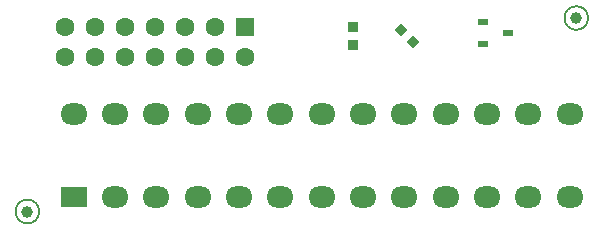
<source format=gtl>
G04 Layer_Physical_Order=1*
G04 Layer_Color=255*
%FSLAX44Y44*%
%MOMM*%
G71*
G01*
G75*
%ADD10C,0.2000*%
%ADD11R,0.9500X0.9500*%
%ADD12P,1.1314X4X90.0*%
%ADD13R,0.8500X0.6000*%
%ADD14C,1.0000*%
%ADD15R,2.3000X1.8000*%
%ADD16O,2.3000X1.8000*%
%ADD17C,1.6000*%
%ADD18R,1.6000X1.6000*%
D10*
X992980Y681990D02*
G03*
X992980Y681990I-10000J0D01*
G01*
X528160Y518160D02*
G03*
X528160Y518160I-10000J0D01*
G01*
D11*
X793750Y674000D02*
D03*
Y659500D02*
D03*
D12*
X834167Y672053D02*
D03*
X844773Y661447D02*
D03*
D13*
X903650Y678790D02*
D03*
Y659790D02*
D03*
X925150Y669290D02*
D03*
D14*
X982980Y681990D02*
D03*
X518160Y518160D02*
D03*
D15*
X557380Y530860D02*
D03*
D16*
Y600860D02*
D03*
X592380D02*
D03*
Y530860D02*
D03*
X627380Y600860D02*
D03*
Y530860D02*
D03*
X662380Y600860D02*
D03*
Y530860D02*
D03*
X697380Y600860D02*
D03*
Y530860D02*
D03*
X872380D02*
D03*
Y600860D02*
D03*
X837380Y530860D02*
D03*
Y600860D02*
D03*
X802380Y530860D02*
D03*
Y600860D02*
D03*
X767380Y530860D02*
D03*
Y600860D02*
D03*
X732380D02*
D03*
Y530860D02*
D03*
X907380Y600860D02*
D03*
Y530860D02*
D03*
X942380Y530860D02*
D03*
Y600860D02*
D03*
X977380Y530860D02*
D03*
Y600860D02*
D03*
D17*
X549910Y674370D02*
D03*
X575310D02*
D03*
X600710D02*
D03*
X626110D02*
D03*
X651510D02*
D03*
X676910D02*
D03*
X549910Y648970D02*
D03*
X575310D02*
D03*
X600710D02*
D03*
X626110D02*
D03*
X651510D02*
D03*
X676910D02*
D03*
X702310D02*
D03*
D18*
Y674370D02*
D03*
M02*

</source>
